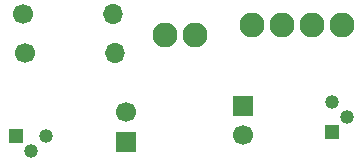
<source format=gbr>
%TF.GenerationSoftware,KiCad,Pcbnew,(5.1.6-0-10_14)*%
%TF.CreationDate,2020-09-04T22:16:53-04:00*%
%TF.ProjectId,bike_ligths,62696b65-5f6c-4696-9774-68732e6b6963,rev?*%
%TF.SameCoordinates,Original*%
%TF.FileFunction,Soldermask,Bot*%
%TF.FilePolarity,Negative*%
%FSLAX46Y46*%
G04 Gerber Fmt 4.6, Leading zero omitted, Abs format (unit mm)*
G04 Created by KiCad (PCBNEW (5.1.6-0-10_14)) date 2020-09-04 22:16:53*
%MOMM*%
%LPD*%
G01*
G04 APERTURE LIST*
%ADD10O,1.700000X1.700000*%
%ADD11C,1.700000*%
%ADD12R,1.700000X1.700000*%
%ADD13R,1.180000X1.180000*%
%ADD14C,1.180000*%
%ADD15C,2.120000*%
G04 APERTURE END LIST*
D10*
%TO.C,R3*%
X147228560Y-81396840D03*
D11*
X139608560Y-81396840D03*
%TD*%
%TO.C,C2*%
X148325840Y-89717240D03*
D12*
X148325840Y-92217240D03*
%TD*%
D13*
%TO.C,Q2*%
X165719760Y-91384120D03*
D14*
X166989760Y-90114120D03*
X165719760Y-88844120D03*
%TD*%
D13*
%TO.C,Q1*%
X138963400Y-91724480D03*
D14*
X140233400Y-92994480D03*
X141503400Y-91724480D03*
%TD*%
D15*
%TO.C,LEDS*%
X166583360Y-82290920D03*
X164043360Y-82290920D03*
X161503360Y-82290920D03*
X158963360Y-82290920D03*
%TD*%
%TO.C,J1*%
X151638000Y-83139280D03*
X154178000Y-83139280D03*
%TD*%
D11*
%TO.C,C1*%
X158252160Y-91633680D03*
D12*
X158252160Y-89133680D03*
%TD*%
D10*
%TO.C,R2*%
X147406360Y-84703920D03*
D11*
X139786360Y-84703920D03*
%TD*%
M02*

</source>
